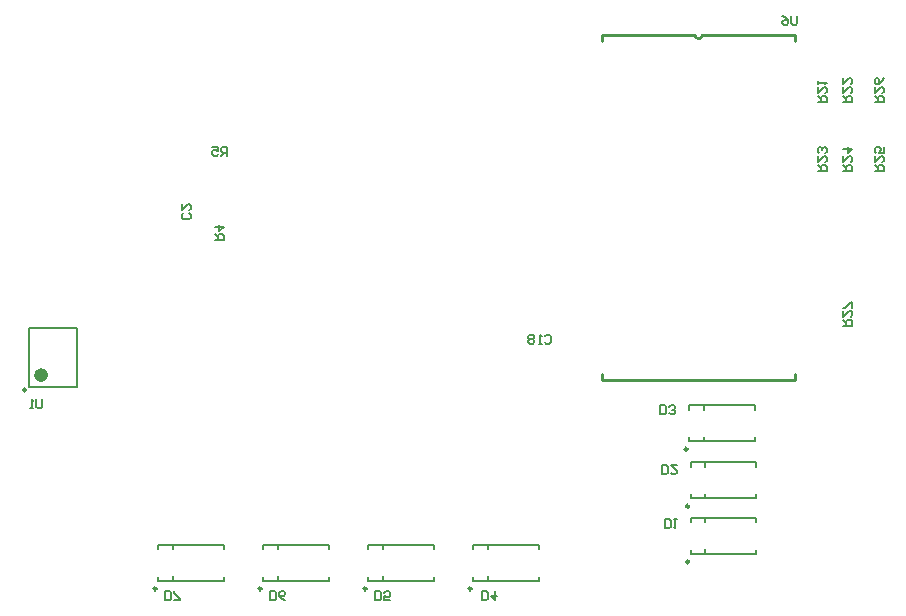
<source format=gbo>
G04 Layer_Color=32896*
%FSLAX25Y25*%
%MOIN*%
G70*
G01*
G75*
%ADD32C,0.01000*%
%ADD54C,0.00984*%
%ADD56C,0.02362*%
%ADD57C,0.00787*%
%ADD59C,0.00600*%
D32*
X238500Y197500D02*
G03*
X241000Y197500I1250J0D01*
G01*
X207500Y195500D02*
Y197500D01*
X272000Y195500D02*
Y197500D01*
Y82500D02*
Y84500D01*
X207500Y82500D02*
X272000D01*
X207500D02*
Y84500D01*
Y197500D02*
X238500D01*
X241000D02*
X272000D01*
D54*
X15543Y79154D02*
G03*
X15543Y79154I-492J0D01*
G01*
X236575Y21898D02*
G03*
X236575Y21898I-492J0D01*
G01*
Y40398D02*
G03*
X236575Y40398I-492J0D01*
G01*
X236075Y59398D02*
G03*
X236075Y59398I-492J0D01*
G01*
X164075Y12898D02*
G03*
X164075Y12898I-492J0D01*
G01*
X129075D02*
G03*
X129075Y12898I-492J0D01*
G01*
X94075D02*
G03*
X94075Y12898I-492J0D01*
G01*
X59075D02*
G03*
X59075Y12898I-492J0D01*
G01*
D56*
X21744Y84095D02*
G03*
X21744Y84095I-1181J0D01*
G01*
D57*
X16626Y99843D02*
X32374D01*
X16626Y80157D02*
X32374D01*
Y99843D01*
X16626Y80157D02*
Y99843D01*
D59*
X237100Y24500D02*
Y25940D01*
Y24500D02*
X258900D01*
Y35060D02*
Y36500D01*
X237100D02*
X258900D01*
X242000Y24500D02*
Y26000D01*
X237100Y35060D02*
Y36500D01*
X258900Y24500D02*
Y25940D01*
X242000Y35000D02*
Y36500D01*
X237100Y43000D02*
Y44440D01*
Y43000D02*
X258900D01*
Y53560D02*
Y55000D01*
X237100D02*
X258900D01*
X242000Y43000D02*
Y44500D01*
X237100Y53560D02*
Y55000D01*
X258900Y43000D02*
Y44440D01*
X242000Y53500D02*
Y55000D01*
X236600Y62000D02*
Y63440D01*
Y62000D02*
X258400D01*
Y72560D02*
Y74000D01*
X236600D02*
X258400D01*
X241500Y62000D02*
Y63500D01*
X236600Y72560D02*
Y74000D01*
X258400Y62000D02*
Y63440D01*
X241500Y72500D02*
Y74000D01*
X164600Y15500D02*
Y16940D01*
Y15500D02*
X186400D01*
Y26060D02*
Y27500D01*
X164600D02*
X186400D01*
X169500Y15500D02*
Y17000D01*
X164600Y26060D02*
Y27500D01*
X186400Y15500D02*
Y16940D01*
X169500Y26000D02*
Y27500D01*
X129600Y15500D02*
Y16940D01*
Y15500D02*
X151400D01*
Y26060D02*
Y27500D01*
X129600D02*
X151400D01*
X134500Y15500D02*
Y17000D01*
X129600Y26060D02*
Y27500D01*
X151400Y15500D02*
Y16940D01*
X134500Y26000D02*
Y27500D01*
X94600Y15500D02*
Y16940D01*
Y15500D02*
X116400D01*
Y26060D02*
Y27500D01*
X94600D02*
X116400D01*
X99500Y15500D02*
Y17000D01*
X94600Y26060D02*
Y27500D01*
X116400Y15500D02*
Y16940D01*
X99500Y26000D02*
Y27500D01*
X59600Y15500D02*
Y16940D01*
Y15500D02*
X81400D01*
Y26060D02*
Y27500D01*
X59600D02*
X81400D01*
X64500Y15500D02*
Y17000D01*
X59600Y26060D02*
Y27500D01*
X81400Y15500D02*
Y16940D01*
X64500Y26000D02*
Y27500D01*
X82600Y157200D02*
Y160199D01*
X81100D01*
X80601Y159699D01*
Y158700D01*
X81100Y158200D01*
X82600D01*
X81600D02*
X80601Y157200D01*
X77602Y160199D02*
X79601D01*
Y158700D01*
X78601Y159199D01*
X78101D01*
X77602Y158700D01*
Y157700D01*
X78101Y157200D01*
X79101D01*
X79601Y157700D01*
X78500Y129000D02*
X81499D01*
Y130499D01*
X80999Y130999D01*
X80000D01*
X79500Y130499D01*
Y129000D01*
Y130000D02*
X78500Y130999D01*
Y133499D02*
X81499D01*
X80000Y131999D01*
Y133998D01*
X69999Y137999D02*
X70499Y137499D01*
Y136500D01*
X69999Y136000D01*
X68000D01*
X67500Y136500D01*
Y137499D01*
X68000Y137999D01*
X67500Y140998D02*
Y138999D01*
X69499Y140998D01*
X69999D01*
X70499Y140499D01*
Y139499D01*
X69999Y138999D01*
X272650Y203949D02*
Y201450D01*
X272150Y200950D01*
X271150D01*
X270651Y201450D01*
Y203949D01*
X267652D02*
X268651Y203449D01*
X269651Y202449D01*
Y201450D01*
X269151Y200950D01*
X268151D01*
X267652Y201450D01*
Y201950D01*
X268151Y202449D01*
X269651D01*
X21000Y75999D02*
Y73500D01*
X20500Y73000D01*
X19500D01*
X19001Y73500D01*
Y75999D01*
X18001Y73000D02*
X17001D01*
X17501D01*
Y75999D01*
X18001Y75499D01*
X188501Y96999D02*
X189000Y97499D01*
X190000D01*
X190500Y96999D01*
Y95000D01*
X190000Y94500D01*
X189000D01*
X188501Y95000D01*
X187501Y94500D02*
X186501D01*
X187001D01*
Y97499D01*
X187501Y96999D01*
X185002D02*
X184502Y97499D01*
X183502D01*
X183002Y96999D01*
Y96499D01*
X183502Y95999D01*
X183002Y95500D01*
Y95000D01*
X183502Y94500D01*
X184502D01*
X185002Y95000D01*
Y95500D01*
X184502Y95999D01*
X185002Y96499D01*
Y96999D01*
X184502Y95999D02*
X183502D01*
X228500Y33001D02*
Y36000D01*
X229999D01*
X230499Y35500D01*
Y33501D01*
X229999Y33001D01*
X228500D01*
X231499Y36000D02*
X232499D01*
X231999D01*
Y33001D01*
X231499Y33501D01*
X227500Y51001D02*
Y54000D01*
X228999D01*
X229499Y53500D01*
Y51501D01*
X228999Y51001D01*
X227500D01*
X232498Y54000D02*
X230499D01*
X232498Y52001D01*
Y51501D01*
X231998Y51001D01*
X230999D01*
X230499Y51501D01*
X227000Y71001D02*
Y74000D01*
X228500D01*
X228999Y73500D01*
Y71501D01*
X228500Y71001D01*
X227000D01*
X229999Y71501D02*
X230499Y71001D01*
X231499D01*
X231998Y71501D01*
Y72001D01*
X231499Y72500D01*
X230999D01*
X231499D01*
X231998Y73000D01*
Y73500D01*
X231499Y74000D01*
X230499D01*
X229999Y73500D01*
X167500Y9001D02*
Y12000D01*
X169000D01*
X169499Y11500D01*
Y9501D01*
X169000Y9001D01*
X167500D01*
X171999Y12000D02*
Y9001D01*
X170499Y10501D01*
X172498D01*
X132000Y9001D02*
Y12000D01*
X133500D01*
X133999Y11500D01*
Y9501D01*
X133500Y9001D01*
X132000D01*
X136998D02*
X134999D01*
Y10501D01*
X135999Y10001D01*
X136499D01*
X136998Y10501D01*
Y11500D01*
X136499Y12000D01*
X135499D01*
X134999Y11500D01*
X97000Y9001D02*
Y12000D01*
X98500D01*
X98999Y11500D01*
Y9501D01*
X98500Y9001D01*
X97000D01*
X101998D02*
X100999Y9501D01*
X99999Y10501D01*
Y11500D01*
X100499Y12000D01*
X101499D01*
X101998Y11500D01*
Y11000D01*
X101499Y10501D01*
X99999D01*
X62000Y9001D02*
Y12000D01*
X63499D01*
X63999Y11500D01*
Y9501D01*
X63499Y9001D01*
X62000D01*
X64999D02*
X66998D01*
Y9501D01*
X64999Y11500D01*
Y12000D01*
X279500Y175000D02*
X282499D01*
Y176499D01*
X281999Y176999D01*
X280999D01*
X280500Y176499D01*
Y175000D01*
Y176000D02*
X279500Y176999D01*
Y179998D02*
Y177999D01*
X281499Y179998D01*
X281999D01*
X282499Y179499D01*
Y178499D01*
X281999Y177999D01*
X279500Y180998D02*
Y181998D01*
Y181498D01*
X282499D01*
X281999Y180998D01*
X288000Y175000D02*
X290999D01*
Y176499D01*
X290499Y176999D01*
X289499D01*
X289000Y176499D01*
Y175000D01*
Y176000D02*
X288000Y176999D01*
Y179998D02*
Y177999D01*
X289999Y179998D01*
X290499D01*
X290999Y179499D01*
Y178499D01*
X290499Y177999D01*
X288000Y182997D02*
Y180998D01*
X289999Y182997D01*
X290499D01*
X290999Y182498D01*
Y181498D01*
X290499Y180998D01*
X279500Y152000D02*
X282499D01*
Y153499D01*
X281999Y153999D01*
X280999D01*
X280500Y153499D01*
Y152000D01*
Y153000D02*
X279500Y153999D01*
Y156998D02*
Y154999D01*
X281499Y156998D01*
X281999D01*
X282499Y156499D01*
Y155499D01*
X281999Y154999D01*
Y157998D02*
X282499Y158498D01*
Y159498D01*
X281999Y159997D01*
X281499D01*
X280999Y159498D01*
Y158998D01*
Y159498D01*
X280500Y159997D01*
X280000D01*
X279500Y159498D01*
Y158498D01*
X280000Y157998D01*
X288000Y152000D02*
X290999D01*
Y153499D01*
X290499Y153999D01*
X289499D01*
X289000Y153499D01*
Y152000D01*
Y153000D02*
X288000Y153999D01*
Y156998D02*
Y154999D01*
X289999Y156998D01*
X290499D01*
X290999Y156499D01*
Y155499D01*
X290499Y154999D01*
X288000Y159498D02*
X290999D01*
X289499Y157998D01*
Y159997D01*
X298500Y152000D02*
X301499D01*
Y153499D01*
X300999Y153999D01*
X299999D01*
X299500Y153499D01*
Y152000D01*
Y153000D02*
X298500Y153999D01*
Y156998D02*
Y154999D01*
X300499Y156998D01*
X300999D01*
X301499Y156499D01*
Y155499D01*
X300999Y154999D01*
X301499Y159997D02*
Y157998D01*
X299999D01*
X300499Y158998D01*
Y159498D01*
X299999Y159997D01*
X299000D01*
X298500Y159498D01*
Y158498D01*
X299000Y157998D01*
X298500Y175000D02*
X301499D01*
Y176499D01*
X300999Y176999D01*
X299999D01*
X299500Y176499D01*
Y175000D01*
Y176000D02*
X298500Y176999D01*
Y179998D02*
Y177999D01*
X300499Y179998D01*
X300999D01*
X301499Y179499D01*
Y178499D01*
X300999Y177999D01*
X301499Y182997D02*
X300999Y181998D01*
X299999Y180998D01*
X299000D01*
X298500Y181498D01*
Y182498D01*
X299000Y182997D01*
X299500D01*
X299999Y182498D01*
Y180998D01*
X288000Y100500D02*
X290999D01*
Y101999D01*
X290499Y102499D01*
X289499D01*
X289000Y101999D01*
Y100500D01*
Y101500D02*
X288000Y102499D01*
Y105498D02*
Y103499D01*
X289999Y105498D01*
X290499D01*
X290999Y104999D01*
Y103999D01*
X290499Y103499D01*
X290999Y106498D02*
Y108497D01*
X290499D01*
X288500Y106498D01*
X288000D01*
M02*

</source>
